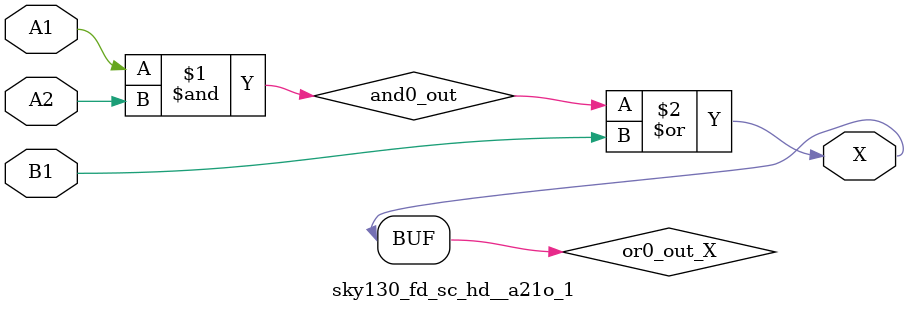
<source format=v>
/*
 * Copyright 2020 The SkyWater PDK Authors
 *
 * Licensed under the Apache License, Version 2.0 (the "License");
 * you may not use this file except in compliance with the License.
 * You may obtain a copy of the License at
 *
 *     https://www.apache.org/licenses/LICENSE-2.0
 *
 * Unless required by applicable law or agreed to in writing, software
 * distributed under the License is distributed on an "AS IS" BASIS,
 * WITHOUT WARRANTIES OR CONDITIONS OF ANY KIND, either express or implied.
 * See the License for the specific language governing permissions and
 * limitations under the License.
 *
 * SPDX-License-Identifier: Apache-2.0
*/


`ifndef SKY130_FD_SC_HD__A21O_1_FUNCTIONAL_V
`define SKY130_FD_SC_HD__A21O_1_FUNCTIONAL_V

/**
 * a21o: 2-input AND into first input of 2-input OR.
 *
 *       X = ((A1 & A2) | B1)
 *
 * Verilog simulation functional model.
 */

`timescale 1ns / 1ps
`default_nettype none

`celldefine
module sky130_fd_sc_hd__a21o_1 (
    X ,
    A1,
    A2,
    B1
);

    // Module ports
    output X ;
    input  A1;
    input  A2;
    input  B1;

    // Local signals
    wire and0_out ;
    wire or0_out_X;

    //  Name  Output     Other arguments
    and and0 (and0_out , A1, A2         );
    or  or0  (or0_out_X, and0_out, B1   );
    buf buf0 (X        , or0_out_X      );

endmodule
`endcelldefine

`default_nettype wire
`endif  // SKY130_FD_SC_HD__A21O_1_FUNCTIONAL_V

</source>
